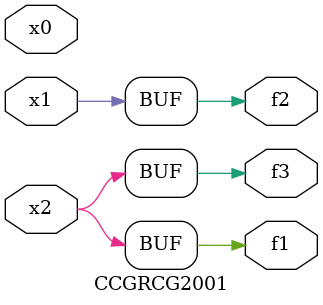
<source format=v>
module CCGRCG2001(
	input x0, x1, x2,
	output f1, f2, f3
);
	assign f1 = x2;
	assign f2 = x1;
	assign f3 = x2;
endmodule

</source>
